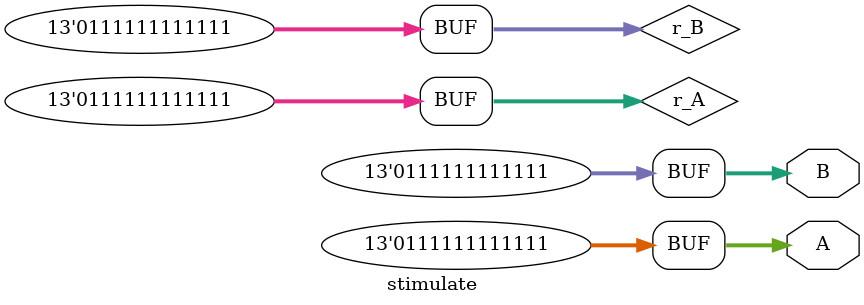
<source format=v>
`timescale 1ns / 1ps


module stimulate(
    output [12:0] A,
    output [12:0] B
    );
    
reg signed[12:0] r_A = 0;
reg signed[12:0] r_B = 0;    

initial
begin
// losowe
r_A = 13'h0050;
r_B = 13'h1fdb;   
#20; // skrajny - dla obu
r_A = 13'h1000;
r_B = 13'h1000;
#20; // skrajny + i -
r_A = 13'h0fff;
r_B = 13'h1000;
#20; // skrajny + dla obu
r_A = 13'h0fff;
r_B = 13'h0fff;
end


assign A = r_A;
assign B = r_B;


endmodule

</source>
